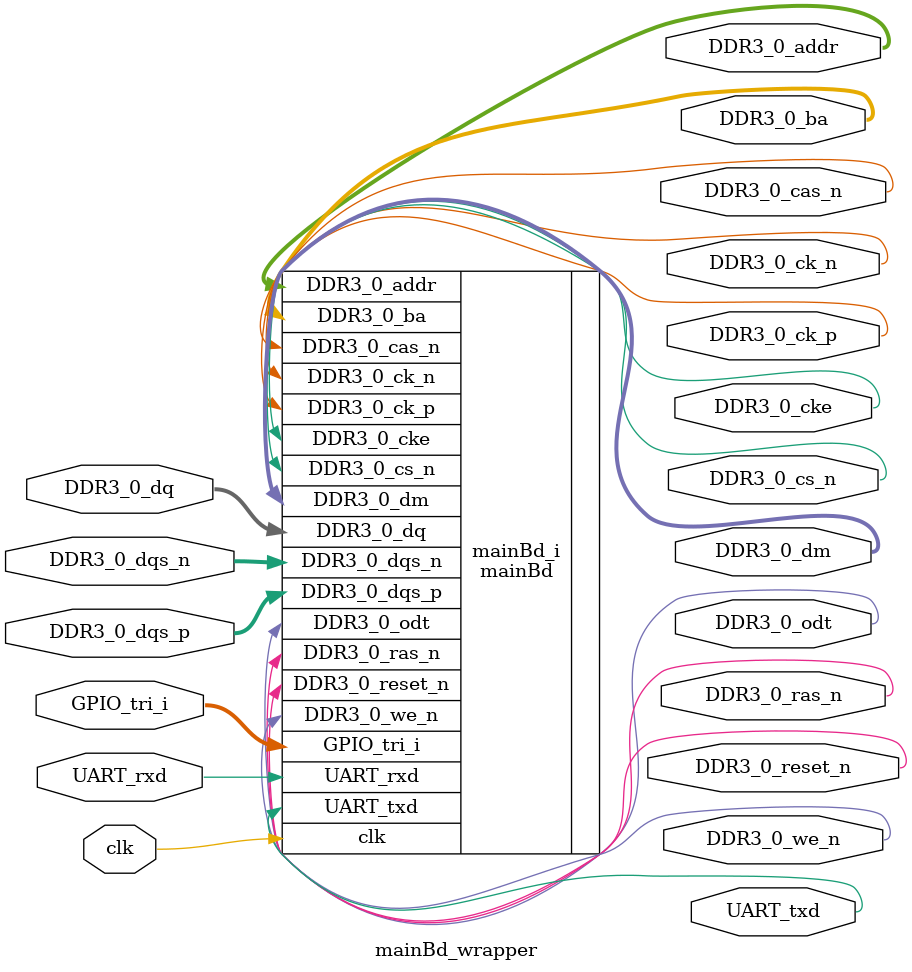
<source format=v>
`timescale 1 ps / 1 ps

module mainBd_wrapper
   (DDR3_0_addr,
    DDR3_0_ba,
    DDR3_0_cas_n,
    DDR3_0_ck_n,
    DDR3_0_ck_p,
    DDR3_0_cke,
    DDR3_0_cs_n,
    DDR3_0_dm,
    DDR3_0_dq,
    DDR3_0_dqs_n,
    DDR3_0_dqs_p,
    DDR3_0_odt,
    DDR3_0_ras_n,
    DDR3_0_reset_n,
    DDR3_0_we_n,
    GPIO_tri_i,
    UART_rxd,
    UART_txd,
    clk);
  output [13:0]DDR3_0_addr;
  output [2:0]DDR3_0_ba;
  output DDR3_0_cas_n;
  output [0:0]DDR3_0_ck_n;
  output [0:0]DDR3_0_ck_p;
  output [0:0]DDR3_0_cke;
  output [0:0]DDR3_0_cs_n;
  output [1:0]DDR3_0_dm;
  inout [15:0]DDR3_0_dq;
  inout [1:0]DDR3_0_dqs_n;
  inout [1:0]DDR3_0_dqs_p;
  output [0:0]DDR3_0_odt;
  output DDR3_0_ras_n;
  output DDR3_0_reset_n;
  output DDR3_0_we_n;
  input [3:0]GPIO_tri_i;
  input UART_rxd;
  output UART_txd;
  input clk;

  wire [13:0]DDR3_0_addr;
  wire [2:0]DDR3_0_ba;
  wire DDR3_0_cas_n;
  wire [0:0]DDR3_0_ck_n;
  wire [0:0]DDR3_0_ck_p;
  wire [0:0]DDR3_0_cke;
  wire [0:0]DDR3_0_cs_n;
  wire [1:0]DDR3_0_dm;
  wire [15:0]DDR3_0_dq;
  wire [1:0]DDR3_0_dqs_n;
  wire [1:0]DDR3_0_dqs_p;
  wire [0:0]DDR3_0_odt;
  wire DDR3_0_ras_n;
  wire DDR3_0_reset_n;
  wire DDR3_0_we_n;
  wire [3:0]GPIO_tri_i;
  wire UART_rxd;
  wire UART_txd;
  wire clk;

  mainBd mainBd_i
       (.DDR3_0_addr(DDR3_0_addr),
        .DDR3_0_ba(DDR3_0_ba),
        .DDR3_0_cas_n(DDR3_0_cas_n),
        .DDR3_0_ck_n(DDR3_0_ck_n),
        .DDR3_0_ck_p(DDR3_0_ck_p),
        .DDR3_0_cke(DDR3_0_cke),
        .DDR3_0_cs_n(DDR3_0_cs_n),
        .DDR3_0_dm(DDR3_0_dm),
        .DDR3_0_dq(DDR3_0_dq),
        .DDR3_0_dqs_n(DDR3_0_dqs_n),
        .DDR3_0_dqs_p(DDR3_0_dqs_p),
        .DDR3_0_odt(DDR3_0_odt),
        .DDR3_0_ras_n(DDR3_0_ras_n),
        .DDR3_0_reset_n(DDR3_0_reset_n),
        .DDR3_0_we_n(DDR3_0_we_n),
        .GPIO_tri_i(GPIO_tri_i),
        .UART_rxd(UART_rxd),
        .UART_txd(UART_txd),
        .clk(clk));
endmodule

</source>
